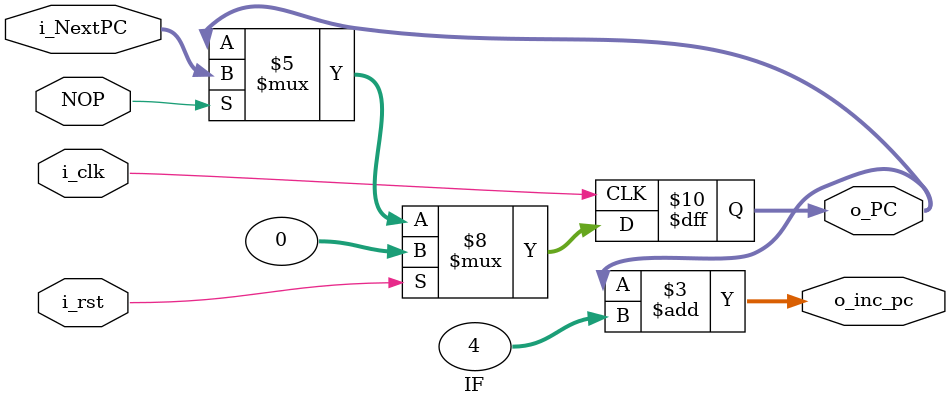
<source format=v>
`default_nettype none

module IF (
    input wire        NOP,
    input wire        i_clk,    //clk to control PC update
    input wire        i_rst,    //used to reset PC to starting value
    input wire [31:0] i_NextPC, //next adress for PC either PC+4 or branch/jump PC

    output reg [31:0] o_PC,          //current PC will feed into instruction memory and other locations (schematic) 
    output wire [31:0] o_inc_pc  //Output current PC + 4 
);

  always @(posedge i_clk) begin
    if (i_rst) begin
      o_PC <= 32'h00000000;  //on reset gets assigned to adress 0
    end else begin
      //if NOP, maintain current state
      if (~NOP) begin
        o_PC <= o_PC;
      end else begin
        o_PC <= i_NextPC;
      end
    end
  end

  assign o_inc_pc = o_PC + 32'd4;

endmodule
`default_nettype wire


</source>
